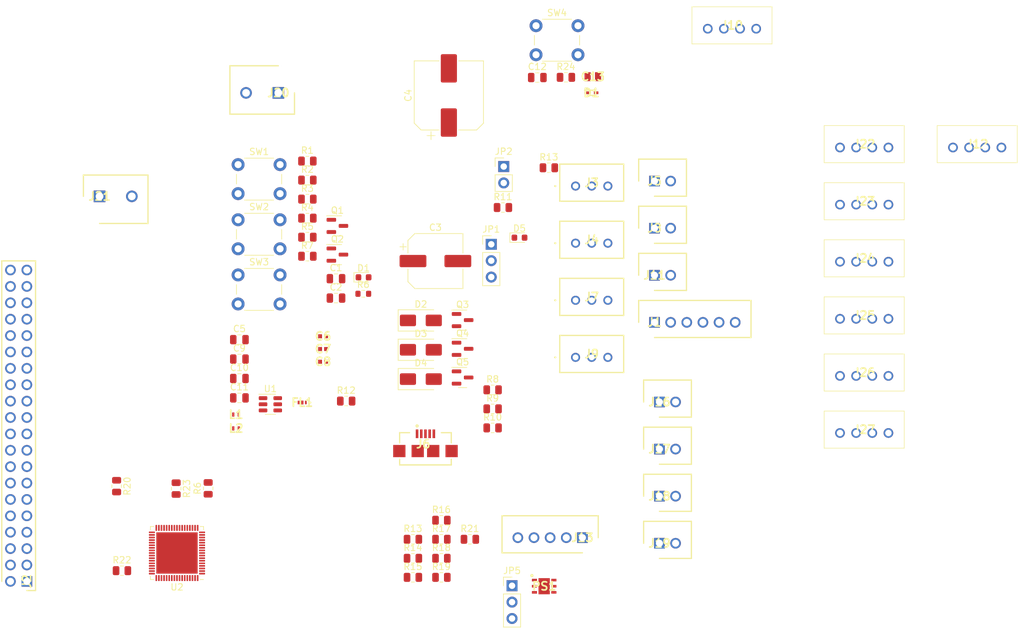
<source format=kicad_pcb>
(kicad_pcb (version 20221018) (generator pcbnew)
  (layers (0 "F.Cu" signal) (31 "B.Cu" signal) (34 "B.Paste" user) (35 "F.Paste" user) (36 "B.SilkS" user "B.Silkscreen") (37 "F.SilkS" user "F.Silkscreen") (38 "B.Mask" user) (39 "F.Mask" user) (44 "Edge.Cuts" user))
  (net 0 "")
  (net 1 "GND")
  (net 2 "5V_RPi")
  (net 3 "+3V3")
  (net 4 "5V_IN")
  (net 5 "+24V")
  (net 6 "Net-(AE1-A)")
  (net 7 "Net-(FL1-OUT)")
  (net 8 "Net-(D1-A)")
  (net 10 "Net-(D2-A)")
  (net 12 "Net-(D3-A)")
  (net 13 "Net-(U2-RF1)")
  (net 14 "Net-(D4-A)")
  (net 15 "Net-(D5-A)")
  (net 16 "Net-(FL1-IN)")
  (net 17 "/Microcontroller/SPI_NSS")
  (net 18 "/Microcontroller/SPI_SCLK")
  (net 19 "/Microcontroller/SPI_MISO")
  (net 20 "/Microcontroller/SPI_MOSI")
  (net 21 "3.3V_RPi")
  (net 22 "3.3V_Generated")
  (net 23 "SDA")
  (net 24 "SCL")
  (net 25 "GPIO4")
  (net 26 "TX")
  (net 27 "RX")
  (net 28 "GPIO17")
  (net 29 "GPIO18")
  (net 30 "GPIO27")
  (net 31 "GPIO22")
  (net 32 "GPIO23")
  (net 33 "GPIO24")
  (net 34 "MOSI")
  (net 35 "MISO")
  (net 36 "GPIO25")
  (net 37 "SCLK")
  (net 38 "CE0")
  (net 39 "GPIO7")
  (net 42 "GPIO5")
  (net 43 "GPIO6")
  (net 44 "GPIO12")
  (net 45 "GPIO13")
  (net 46 "GPIO19")
  (net 47 "GPIO16")
  (net 48 "GPIO26")
  (net 49 "GPIO20")
  (net 50 "GPIO21")
  (net 51 "+5V")
  (net 52 "SDA_5V")
  (net 53 "SCL_5V")
  (net 54 "Net-(J6-Pad4)")
  (net 55 "Net-(J6-Pad2)")
  (net 56 "Net-(J6-Pad3)")
  (net 59 "Net-(U2-PA3)")
  (net 60 "Net-(U2-PA0)")
  (net 61 "Net-(U2-PA1)")
  (net 62 "Net-(U2-PA2)")
  (net 63 "Net-(U2-PC12)")
  (net 64 "Net-(U2-PC13)")
  (net 65 "Net-(U2-PC14)")
  (net 66 "Net-(U2-PC15)")
  (net 67 "Net-(U2-PC11)")
  (net 68 "Net-(U2-PC10)")
  (net 69 "Net-(U2-PC6)")
  (net 70 "Net-(U2-PC5)")
  (net 71 "Net-(U2-PA12)")
  (net 72 "Net-(U2-PA11)")
  (net 100 "Net-(U2-NRST)")
  (net 101 "Net-(D1-Pad1)")
  (net 102 "Net-(U2-PH3)")
  (footprint "Connector_PinHeader_2.54mm:PinHeader_1x03_P2.54mm_Vertical" (layer "F.Cu") (at 132.8575 77.08)
    (fp_text reference "JP1" (at 0 -2.33) (layer "F.SilkS"))
    (fp_text value "Jumper_3_Bridged12")
    (pad "1" thru_hole rect (at 0 0) (size 1.7 1.7) (drill 1) (layers "*.Cu" "*.Mask") (net 4 "5V_IN"))
    (pad "2" thru_hole oval (at 0 2.54) (size 1.7 1.7) (drill 1) (layers "*.Cu" "*.Mask") (net 51 "+5V"))
    (pad "3" thru_hole oval (at 0 5.08) (size 1.7 1.7) (drill 1) (layers "*.Cu" "*.Mask") (net 2 "5V_RPi"))
  )
  (footprint "Resistor_SMD:R_0805_2012Metric" (layer "F.Cu") (at 84.05 114.9475 -90)
    (fp_text reference "R23" (at 0 -1.65 90) (layer "F.SilkS"))
    (fp_text value "10K")
    (pad "1" smd roundrect (at -0.9125 0 270) (size 1.025 1.4) (layers "F.Cu" "F.Paste" "F.Mask") (roundrect_rratio 0.243902) (net 25 "GPIO4"))
    (pad "2" smd roundrect (at 0.9125 0 270) (size 1.025 1.4) (layers "F.Cu" "F.Paste" "F.Mask") (roundrect_rratio 0.243902) (net 70 "Net-(U2-PC5)"))
  )
  (footprint "SamacSys_Parts:CAPC1005X55N" (layer "F.Cu") (at 106.8075 91.34)
    (fp_text reference "C6" (at 0 0) (layer "F.SilkS") (effects (font (size 1.27 1.27) (thickness 0.254))))
    (fp_text value "GRM1555C1H1R2WA01D" hide)
    (pad "1" smd rect (at -0.46 0) (size 0.6 0.62) (layers "F.Cu" "F.Paste" "F.Mask") (net 6 "Net-(AE1-A)"))
    (pad "2" smd rect (at 0.46 0) (size 0.6 0.62) (layers "F.Cu" "F.Paste" "F.Mask") (net 1 "GND"))
  )
  (footprint "Capacitor_SMD:C_0805_2012Metric" (layer "F.Cu") (at 108.8075 82.41)
    (fp_text reference "C1" (at 0 -1.68) (layer "F.SilkS"))
    (fp_text value "0.1uF")
    (pad "1" smd roundrect (at -0.95 0) (size 1 1.45) (layers "F.Cu" "F.Paste" "F.Mask") (net 1 "GND"))
    (pad "2" smd roundrect (at 0.95 0) (size 1 1.45) (layers "F.Cu" "F.Paste" "F.Mask") (net 2 "5V_RPi"))
  )
  (footprint "Resistor_SMD:R_0805_2012Metric" (layer "F.Cu") (at 125.135 122.805)
    (fp_text reference "R17" (at 0 -1.65) (layer "F.SilkS"))
    (fp_text value "10K")
    (pad "1" smd roundrect (at -0.9125 0) (size 1.025 1.4) (layers "F.Cu" "F.Paste" "F.Mask") (roundrect_rratio 0.243902) (net 36 "GPIO25"))
    (pad "2" smd roundrect (at 0.9125 0) (size 1.025 1.4) (layers "F.Cu" "F.Paste" "F.Mask") (roundrect_rratio 0.243902) (net 64 "Net-(U2-PC13)"))
  )
  (footprint "Button_Switch_THT:SW_PUSH_6mm" (layer "F.Cu") (at 93.6475 73.28)
    (fp_text reference "SW2" (at 3.25 -2) (layer "F.SilkS"))
    (fp_text value "SW_Push")
    (pad "1" thru_hole circle (at 0 0 90) (size 2 2) (drill 1.1) (layers "*.Cu" "*.Mask") (net 43 "GPIO6"))
    (pad "1" thru_hole circle (at 6.5 0 90) (size 2 2) (drill 1.1) (layers "*.Cu" "*.Mask") (net 43 "GPIO6"))
    (pad "2" thru_hole circle (at 0 4.5 90) (size 2 2) (drill 1.1) (layers "*.Cu" "*.Mask") (net 1 "GND"))
    (pad "2" thru_hole circle (at 6.5 4.5 90) (size 2 2) (drill 1.1) (layers "*.Cu" "*.Mask") (net 1 "GND"))
  )
  (footprint "LED_SMD:LED_0603_1608Metric" (layer "F.Cu") (at 113.0775 82.2)
    (fp_text reference "D1" (at 0 -1.43) (layer "F.SilkS"))
    (fp_text value "LED_Blue")
    (pad "1" smd roundrect (at -0.7875 0) (size 0.875 0.95) (layers "F.Cu" "F.Paste" "F.Mask") (net 1 "GND"))
    (pad "2" smd roundrect (at 0.7875 0) (size 0.875 0.95) (layers "F.Cu" "F.Paste" "F.Mask") (net 8 "Net-(D1-A)"))
  )
  (footprint "SamacSys_Parts:B4BXHALFSN" (layer "F.Cu") (at 186.87 62.08)
    (fp_text reference "J22" (at 3.75 -0.525) (layer "F.SilkS") (effects (font (size 1.27 1.27) (thickness 0.254))))
    (fp_text value "JST_XH_I2C" hide)
    (pad "1" thru_hole circle (at 0 0) (size 1.5 1.5) (drill 1) (layers "*.Cu" "*.Mask") (net 23 "SDA"))
    (pad "2" thru_hole circle (at 2.5 0) (size 1.5 1.5) (drill 1) (layers "*.Cu" "*.Mask") (net 24 "SCL"))
    (pad "3" thru_hole circle (at 5 0) (size 1.5 1.5) (drill 1) (layers "*.Cu" "*.Mask") (net 3 "+3V3"))
    (pad "4" thru_hole circle (at 7.5 0) (size 1.5 1.5) (drill 1) (layers "*.Cu" "*.Mask") (net 1 "GND"))
  )
  (footprint "SamacSys_Parts:SHDR6W64P0X250_1X6_1740X575X700P" (layer "F.Cu") (at 158.14 89.18)
    (fp_text reference "J1" (at 0 0) (layer "F.SilkS") (effects (font (size 1.27 1.27) (thickness 0.254))))
    (fp_text value "JST_XH_Relays" hide)
    (pad "1" thru_hole rect (at 0 0) (size 1.65 1.65) (drill 1.1) (layers "*.Cu" "*.Mask") (net 3 "+3V3"))
    (pad "2" thru_hole circle (at 2.5 0) (size 1.65 1.65) (drill 1.1) (layers "*.Cu" "*.Mask") (net 1 "GND"))
    (pad "3" thru_hole circle (at 5 0) (size 1.65 1.65) (drill 1.1) (layers "*.Cu" "*.Mask") (net 30 "GPIO27"))
    (pad "4" thru_hole circle (at 7.5 0) (size 1.65 1.65) (drill 1.1) (layers "*.Cu" "*.Mask") (net 33 "GPIO24"))
    (pad "5" thru_hole circle (at 10 0) (size 1.65 1.65) (drill 1.1) (layers "*.Cu" "*.Mask") (net 36 "GPIO25"))
    (pad "6" thru_hole circle (at 12.5 0) (size 1.65 1.65) (drill 1.1) (layers "*.Cu" "*.Mask") (net 48 "GPIO26"))
  )
  (footprint "Resistor_SMD:R_0805_2012Metric" (layer "F.Cu") (at 144.42 51.2)
    (fp_text reference "R24" (at 0 -1.65) (layer "F.SilkS"))
    (fp_text value "10K")
    (pad "1" smd roundrect (at -0.9125 0) (size 1.025 1.4) (layers "F.Cu" "F.Paste" "F.Mask") (roundrect_rratio 0.243902) (net 1 "GND"))
    (pad "2" smd roundrect (at 0.9125 0) (size 1.025 1.4) (layers "F.Cu" "F.Paste" "F.Mask") (roundrect_rratio 0.243902) (net 102 "Net-(U2-PH3)"))
  )
  (footprint "SamacSys_Parts:SHDR2W64P0X250_1X2_740X575X700P" (layer "F.Cu") (at 158.905 123.42227)
    (fp_text reference "J19" (at 0 0) (layer "F.SilkS") (effects (font (size 1.27 1.27) (thickness 0.254))))
    (fp_text value "JST_HX_2" hide)
    (pad "1" thru_hole rect (at 0 0) (size 1.65 1.65) (drill 1.1) (layers "*.Cu" "*.Mask") (net 5 "+24V"))
    (pad "2" thru_hole circle (at 2.5 0) (size 1.65 1.65) (drill 1.1) (layers "*.Cu" "*.Mask") (net 14 "Net-(D4-A)"))
  )
  (footprint "Resistor_SMD:R_0805_2012Metric" (layer "F.Cu") (at 120.725 128.705)
    (fp_text reference "R15" (at 0 -1.65) (layer "F.SilkS"))
    (fp_text value "10K")
    (pad "1" smd roundrect (at -0.9125 0) (size 1.025 1.4) (layers "F.Cu" "F.Paste" "F.Mask") (roundrect_rratio 0.243902) (net 62 "Net-(U2-PA2)"))
    (pad "2" smd roundrect (at 0.9125 0) (size 1.025 1.4) (layers "F.Cu" "F.Paste" "F.Mask") (roundrect_rratio 0.243902) (net 49 "GPIO20"))
  )
  (footprint "SamacSys_Parts:B3BXHALFSN" (layer "F.Cu") (at 145.915 85.755)
    (fp_text reference "J7" (at 2.5 -0.525) (layer "F.SilkS") (effects (font (size 1.27 1.27) (thickness 0.254))))
    (fp_text value "JST-XH_3" hide)
    (pad "1" thru_hole circle (at 0 0) (size 1.4 1.4) (drill 0.9) (layers "*.Cu" "*.Mask") (net 25 "GPIO4"))
    (pad "2" thru_hole circle (at 2.5 0) (size 1.4 1.4) (drill 0.9) (layers "*.Cu" "*.Mask") (net 3 "+3V3"))
    (pad "3" thru_hole circle (at 5 0) (size 1.4 1.4) (drill 0.9) (layers "*.Cu" "*.Mask") (net 1 "GND"))
  )
  (footprint "SamacSys_Parts:B4BXHALFSN" (layer "F.Cu") (at 186.87 88.63)
    (fp_text reference "J25" (at 3.75 -0.525) (layer "F.SilkS") (effects (font (size 1.27 1.27) (thickness 0.254))))
    (fp_text value "JST_XH_I2C" hide)
    (pad "1" thru_hole circle (at 0 0) (size 1.5 1.5) (drill 1) (layers "*.Cu" "*.Mask") (net 23 "SDA"))
    (pad "2" thru_hole circle (at 2.5 0) (size 1.5 1.5) (drill 1) (layers "*.Cu" "*.Mask") (net 24 "SCL"))
    (pad "3" thru_hole circle (at 5 0) (size 1.5 1.5) (drill 1) (layers "*.Cu" "*.Mask") (net 3 "+3V3"))
    (pad "4" thru_hole circle (at 7.5 0) (size 1.5 1.5) (drill 1) (layers "*.Cu" "*.Mask") (net 1 "GND"))
  )
  (footprint "Resistor_SMD:R_0805_2012Metric" (layer "F.Cu") (at 133.0675 102.59)
    (fp_text reference "R9" (at 0 -1.65) (layer "F.SilkS"))
    (fp_text value "100K")
    (pad "1" smd roundrect (at -0.9125 0) (size 1.025 1.4) (layers "F.Cu" "F.Paste" "F.Mask") (roundrect_rratio 0.243902) (net 46 "GPIO19"))
    (pad "2" smd roundrect (at 0.9125 0) (size 1.025 1.4) (layers "F.Cu" "F.Paste" "F.Mask") (roundrect_rratio 0.243902) (net 1 "GND"))
  )
  (footprint "Resistor_SMD:R_0805_2012Metric" (layer "F.Cu") (at 133.0675 99.64)
    (fp_text reference "R8" (at 0 -1.65) (layer "F.SilkS"))
    (fp_text value "100K")
    (pad "1" smd roundrect (at -0.9125 0) (size 1.025 1.4) (layers "F.Cu" "F.Paste" "F.Mask") (roundrect_rratio 0.243902) (net 44 "GPIO12"))
    (pad "2" smd roundrect (at 0.9125 0) (size 1.025 1.4) (layers "F.Cu" "F.Paste" "F.Mask") (roundrect_rratio 0.243902) (net 1 "GND"))
  )
  (footprint "Capacitor_SMD:CP_Elec_8x6.9" (layer "F.Cu") (at 124.2075 79.68)
    (fp_text reference "C3" (at 0 -5.2) (layer "F.SilkS"))
    (fp_text value "470uF")
    (pad "1" smd roundrect (at -3.475 0) (size 4.15 1.9) (layers "F.Cu" "F.Paste" "F.Mask") (roundrect_rratio 0.131579) (net 4 "5V_IN"))
    (pad "2" smd roundrect (at 3.475 0) (size 4.15 1.9) (layers "F.Cu" "F.Paste" "F.Mask") (roundrect_rratio 0.131579) (net 1 "GND"))
  )
  (footprint "Package_TO_SOT_SMD:SOT-23" (layer "F.Cu") (at 128.4175 97.73)
    (fp_text reference "Q5" (at 0 -2.4) (layer "F.SilkS"))
    (fp_text value "IRLML6344TRPBF")
    (pad "1" smd roundrect (at -0.9375 -0.95) (size 1.475 0.6) (layers "F.Cu" "F.Paste" "F.Mask") (net 47 "GPIO16"))
    (pad "2" smd roundrect (at -0.9375 0.95) (size 1.475 0.6) (layers "F.Cu" "F.Paste" "F.Mask") (net 1 "GND"))
    (pad "3" smd roundrect (at 0.9375 0) (size 1.475 0.6) (layers "F.Cu" "F.Paste" "F.Mask") (net 14 "Net-(D4-A)"))
  )
  (footprint "Resistor_SMD:R_0805_2012Metric" (layer "F.Cu") (at 104.3775 67.13)
    (fp_text reference "R2" (at 0 -1.65) (layer "F.SilkS"))
    (fp_text value "10K")
    (pad "1" smd roundrect (at -0.9125 0) (size 1.025 1.4) (layers "F.Cu" "F.Paste" "F.Mask") (roundrect_rratio 0.243902) (net 51 "+5V"))
    (pad "2" smd roundrect (at 0.9125 0) (size 1.025 1.4) (layers "F.Cu" "F.Paste" "F.Mask") (roundrect_rratio 0.243902) (net 52 "SDA_5V"))
  )
  (footprint "Connector_PinHeader_2.54mm:PinHeader_1x02_P2.54mm_Vertical" (layer "F.Cu") (at 134.7875 65.03)
    (fp_text reference "JP2" (at 0 -2.33) (layer "F.SilkS"))
    (fp_text value "Jumper_2_Bridged")
    (pad "1" thru_hole rect (at 0 0) (size 1.7 1.7) (drill 1) (layers "*.Cu" "*.Mask") (net 4 "5V_IN"))
    (pad "2" thru_hole oval (at 0 2.54) (size 1.7 1.7) (drill 1) (layers "*.Cu" "*.Mask") (net 2 "5V_RPi"))
  )
  (footprint "SamacSys_Parts:SHDR2W64P0X250_1X2_740X575X700P" (layer "F.Cu") (at 158.14 81.88)
    (fp_text reference "J11" (at 0 0) (layer "F.SilkS") (effects (font (size 1.27 1.27) (thickness 0.254))))
    (fp_text value "JST_HX_2" hide)
    (pad "1" thru_hole rect (at 0 0) (size 1.65 1.65) (drill 1.1) (layers "*.Cu" "*.Mask") (net 39 "GPIO7"))
    (pad "2" thru_hole circle (at 2.5 0) (size 1.65 1.65) (drill 1.1) (layers "*.Cu" "*.Mask") (net 1 "GND"))
  )
  (footprint "Package_TO_SOT_SMD:SOT-23" (layer "F.Cu") (at 109.0275 74.23)
    (fp_text reference "Q1" (at 0 -2.4) (layer "F.SilkS"))
    (fp_text value "IRLML6344TRPBF")
    (pad "1" smd roundrect (at -0.9375 -0.95) (size 1.475 0.6) (layers "F.Cu" "F.Paste" "F.Mask") (net 3 "+3V3"))
    (pad "2" smd roundrect (at -0.9375 0.95) (size 1.475 0.6) (layers "F.Cu" "F.Paste" "F.Mask") (net 23 "SDA"))
    (pad "3" smd roundrect (at 0.9375 0) (size 1.475 0.6) (layers "F.Cu" "F.Paste" "F.Mask") (net 52 "SDA_5V"))
  )
  (footprint "Resistor_SMD:R_0805_2012Metric" (layer "F.Cu") (at 89.01 114.9125 90)
    (fp_text reference "R6" (at 0 -1.65 90) (layer "F.SilkS"))
    (fp_text value "10K" hide)
    (pad "1" smd roundrect (at -0.9125 0 90) (size 1.025 1.4) (layers "F.Cu" "F.Paste" "F.Mask") (roundrect_rratio 0.243902) (net 59 "Net-(U2-PA3)"))
    (pad "2" smd roundrect (at 0.9125 0 90) (size 1.025 1.4) (layers "F.Cu" "F.Paste" "F.Mask") (roundrect_rratio 0.243902) (net 29 "GPIO18"))
  )
  (footprint "Capacitor_SMD:CP_Elec_10x10.5" (layer "F.Cu") (at 126.29 54.01 90)
    (fp_text reference "C4" (at 0 -6.3 90) (layer "F.SilkS"))
    (fp_text value "470uF")
    (pad "1" smd roundrect (at -4.2 0 90) (size 4.4 2.5) (layers "F.Cu" "F.Paste" "F.Mask") (roundrect_rratio 0.1) (net 5 "+24V"))
    (pad "2" smd roundrect (at 4.2 0 90) (size 4.4 2.5) (layers "F.Cu" "F.Paste" "F.Mask") (roundrect_rratio 0.1) (net 1 "GND"))
  )
  (footprint "Resistor_SMD:R_0805_2012Metric" (layer "F.Cu") (at 125.135 128.705)
    (fp_text reference "R19" (at 0 -1.65) (layer "F.SilkS"))
    (fp_text value "10K")
    (pad "1" smd roundrect (at -0.9125 0) (size 1.025 1.4) (layers "F.Cu" "F.Paste" "F.Mask") (roundrect_rratio 0.243902) (net 30 "GPIO27"))
    (pad "2" smd roundrect (at 0.9125 0) (size 1.025 1.4) (layers "F.Cu" "F.Paste" "F.Mask") (roundrect_rratio 0.243902) (net 66 "Net-(U2-PC15)"))
  )
  (footprint "SamacSys_Parts:B4BXHALFSN" (layer "F.Cu") (at 186.87 79.78)
    (fp_text reference "J24" (at 3.75 -0.525) (layer "F.SilkS") (effects (font (size 1.27 1.27) (thickness 0.254))))
    (fp_text value "JST_XH_I2C" hide)
    (pad "1" thru_hole circle (at 0 0) (size 1.5 1.5) (drill 1) (layers "*.Cu" "*.Mask") (net 23 "SDA"))
    (pad "2" thru_hole circle (at 2.5 0) (size 1.5 1.5) (drill 1) (layers "*.Cu" "*.Mask") (net 24 "SCL"))
    (pad "3" thru_hole circle (at 5 0) (size 1.5 1.5) (drill 1) (layers "*.Cu" "*.Mask") (net 3 "+3V3"))
    (pad "4" thru_hole circle (at 7.5 0) (size 1.5 1.5) (drill 1) (layers "*.Cu" "*.Mask") (net 1 "GND"))
  )
  (footprint "Package_DFN_QFN:QFN-68-1EP_8x8mm_P0.4mm_EP6.4x6.4mm" (layer "F.Cu") (at 84.18 124.93 180)
    (fp_text reference "U2" (at 0 -5.3) (layer "F.SilkS"))
    (fp_text value "STM32WB55RGVx")
    (pad "1" smd roundrect (at -3.8875 -3.2 180) (size 0.925 0.25) (layers "F.Cu" "F.Paste" "F.Mask") (net 3 "+3V3"))
    (pad "2" smd roundrect (at -3.8875 -2.8 180) (size 0.925 0.25) (layers "F.Cu" "F.Paste" "F.Mask") (net 64 "Net-(U2-PC13)"))
    (pad "3" smd roundrect (at -3.8875 -2.4 180) (size 0.925 0.25) (layers "F.Cu" "F.Paste" "F.Mask") (net 65 "Net-(U2-PC14)"))
    (pad "4" smd roundrect (at -3.8875 -2 180) (size 0.925 0.25) (layers "F.Cu" "F.Paste" "F.Mask") (net 66 "Net-(U2-PC15)"))
    (pad "5" smd roundrect (at -3.8875 -1.6 180) (size 0.925 0.25) (layers "F.Cu" "F.Paste" "F.Mask") (net 102 "Net-(U2-PH3)"))
    (pad "6" smd roundrect (at -3.8875 -1.2 180) (size 0.925 0.25) (layers "F.Cu" "F.Paste" "F.Mask") (net 44 "GPIO12"))
    (pad "7" smd roundrect (at -3.8875 -0.8 180) (size 0.925 0.25) (layers "F.Cu" "F.Paste" "F.Mask"))
    (pad "8" smd roundrect (at -3.8875 -0.4 180) (size 0.925 0.25) (layers "F.Cu" "F.Paste" "F.Mask") (net 100 "Net-(U2-NRST)"))
    (pad "9" smd roundrect (at -3.8875 0 180) (size 0.925 0.25) (layers "F.Cu" "F.Paste" "F.Mask"))
    (pad "10" smd roundrect (at -3.8875 0.4 180) (size 0.925 0.25) (layers "F.Cu" "F.Paste" "F.Mask"))
    (pad "11" smd roundrect (at -3.8875 0.8 180) (size 0.925 0.25) (layers "F.Cu" "F.Paste" "F.Mask"))
    (pad "12" smd roundrect (at -3.8875 1.2 180) (size 0.925 0.25) (layers "F.Cu" "F.Paste" "F.Mask"))
    (pad "13" smd roundrect (at -3.8875 1.6 180) (size 0.925 0.25) (layers "F.Cu" "F.Paste" "F.Mask"))
    (pad "14" smd roundrect (at -3.8875 2 180) (size 0.925 0.25) (layers "F.Cu" "F.Paste" "F.Mask") (net 3 "+3V3"))
    (pad "15" smd roundrect (at -3.8875 2.4 180) (size 0.925 0.25) (layers "F.Cu" "F.Paste" "F.Mask") (net 60 "Net-(U2-PA0)"))
    (pad "16" smd roundrect (at -3.8875 2.8 180) (size 0.925 0.25) (layers "F.Cu" "F.Paste" "F.Mask") (net 61 "Net-(U2-PA1)"))
    (pad "17" smd roundrect (at -3.8875 3.2 180) (size 0.925 0.25) (layers "F.Cu" "F.Paste" "F.Mask") (net 62 "Net-(U2-PA2)"))
    (pad "18" smd roundrect (at -3.2 3.8875 180) (size 0.25 0.925) (layers "F.Cu" "F.Paste" "F.Mask") (net 59 "Net-(U2-PA3)"))
    (pad "19" smd roundrect (at -2.8 3.8875 180) (size 0.25 0.925) (layers "F.Cu" "F.Paste" "F.Mask") (net 17 "/Microcontroller/SPI_NSS"))
    (pad "20" smd roundrect (at -2.4 3.8875 180) (size 0.25 0.925) (layers "F.Cu" "F.Paste" "F.Mask") (net 18 "/Microcontroller/SPI_SCLK"))
    (pad "21" smd roundrect (at -2 3.8875 180) (size 0.25 0.925) (layers "F.Cu" "F.Paste" "F.Mask") (net 19 "/Microcontroller/SPI_MISO"))
    (pad "22" smd roundrect (at -1.6 3.8875 180) (size 0.25 0.925) (layers "F.Cu" "F.Paste" "F.Mask") (net 20 "/Microcontroller/SPI_MOSI"))
    (pad "23" smd roundrect (at -1.2 3.8875 180) (size 0.25 0.925) (layers "F.Cu" "F.Paste" "F.Mask") (net 46 "GPIO19"))
    (pad "24" smd roundrect (at -0.8 3.8875 180) (size 0.25 0.925) (layers "F.Cu" "F.Paste" "F.Mask") (net 26 "TX"))
    (pad "25" smd roundrect (at -0.4 3.8875 180) (size 0.25 0.925) (layers "F.Cu" "F.Paste" "F.Mask"))
    (pad "26" smd roundrect (at 0 3.8875 180) (size 0.25 0.925) (layers "F.Cu" "F.Paste" "F.Mask") (net 70 "Net-(U2-PC5)"))
    (pad "27" smd roundrect (at 0.4 3.8875 180) (size 0.25 0.925) (layers "F.Cu" "F.Paste" "F.Mask") (net 39 "GPIO7"))
    (pad "28" smd roundrect (at 0.8 3.8875 180) (size 0.25 0.925) (layers "F.Cu" "F.Paste" "F.Mask") (net 47 "GPIO16"))
    (pad "29" smd roundrect (at 1.2 3.8875 180) (size 0.25 0.925) (layers "F.Cu" "F.Paste" "F.Mask"))
    (pad "30" smd roundrect (at 1.6 3.8875 180) (size 0.25 0.925) (layers "F.Cu" "F.Paste" "F.Mask") (net 3 "+3V3"))
    (pad "31" smd roundrect (at 2 3.8875 180) (size 0.25 0.925) (layers "F.Cu" "F.Paste" "F.Mask") (net 13 "Net-(U2-RF1)"))
    (pad "32" smd roundrect (at 2.4 3.8875 180) (size 0.25 0.925) (layers "F.Cu" "F.Paste" "F.Mask") (net 1 "GND"))
    (pad "33" smd roundrect (at 2.8 3.8875 180) (size 0.25 0.925) (layers "F.Cu" "F.Paste" "F.Mask") (net 3 "+3V3"))
    (pad "34" smd roundrect (at 3.2 3.8875 180) (size 0.25 0.925) (layers "F.Cu" "F.Paste" "F.Mask"))
    (pad "35" smd roundrect (at 3.8875 3.2 180) (size 0.925 0.25) (layers "F.Cu" "F.Paste" "F.Mask"))
    (pad "36" smd roundrect (at 3.8875 2.8 180) (size 0.925 0.25) (layers "F.Cu" "F.Paste" "F.Mask"))
    (pad "37" smd roundrect (at 3.8875 2.4 180) (size 0.925 0.25) (layers "F.Cu" "F.Paste" "F.Mask"))
    (pad "38" smd roundrect (at 3.8875 2 180) (size 0.925 0.25) (layers "F.Cu" "F.Paste" "F.Mask") (net 42 "GPIO5"))
    (pad "39" smd roundrect (at 3.8875 1.6 180) (size 0.925 0.25) (layers "F.Cu" "F.Paste" "F.Mask") (net 43 "GPIO6"))
    (pad "40" smd roundrect (at 3.8875 1.2 180) (size 0.925 0.25) (layers "F.Cu" "F.Paste" "F.Mask"))
    (pad "41" smd roundrect (at 3.8875 0.8 180) (size 0.925 0.25) (layers "F.Cu" "F.Paste" "F.Mask"))
    (pad "42" smd roundrect (at 3.8875 0.4 180) (size 0.925 0.25) (layers "F.Cu" "F.Paste" "F.Mask") (net 1 "GND"))
    (pad "43" smd roundrect (at 3.8875 0 180) (size 0.925 0.25) (layers "F.Cu" "F.Paste" "F.Mask"))
    (pad "44" smd roundrect (at 3.8875 -0.4 180) (size 0.925 0.25) (layers "F.Cu" "F.Paste" "F.Mask"))
    (pad "45" smd roundrect (at 3.8875 -0.8 180) (size 0.925 0.25) (layers "F.Cu" "F.Paste" "F.Mask") (net 3 "+3V3"))
    (pad "46" smd roundrect (at 3.8875 -1.2 180) (size 0.925 0.25) (layers "F.Cu" "F.Paste" "F.Mask"))
    (pad "47" smd roundrect (at 3.8875 -1.6 180) (size 0.925 0.25) (layers "F.Cu" "F.Paste" "F.Mask"))
    (pad "48" smd roundrect (at 3.8875 -2 180) (size 0.925 0.25) (layers "F.Cu" "F.Paste" "F.Mask"))
    (pad "49" smd roundrect (at 3.8875 -2.4 180) (size 0.925 0.25) (layers "F.Cu" "F.Paste" "F.Mask"))
    (pad "50" smd roundrect (at 3.8875 -2.8 180) (size 0.925 0.25) (layers "F.Cu" "F.Paste" "F.Mask") (net 69 "Net-(U2-PC6)"))
    (pad "51" smd roundrect (at 3.8875 -3.2 180) (size 0.925 0.25) (layers "F.Cu" "F.Paste" "F.Mask") (net 27 "RX"))
    (pad "52" smd roundrect (at 3.2 -3.8875 180) (size 0.25 0.925) (layers "F.Cu" "F.Paste" "F.Mask") (net 72 "Net-(U2-PA11)"))
    (pad "53" smd roundrect (at 2.8 -3.8875 180) (size 0.25 0.925) (layers "F.Cu" "F.Paste" "F.Mask") (net 71 "Net-(U2-PA12)"))
    (pad "54" smd roundrect (at 2.4 -3.8875 180) (size 0.25 0.925) (layers "F.Cu" "F.Paste" "F.Mask"))
    (pad "55" smd roundrect (at 2 -3.8875 180) (size 0.25 0.925) (layers "F.Cu" "F.Paste" "F.Mask") (net 3 "+3V3"))
    (pad "56" smd roundrect (at 1.6 -3.8875 180) (size 0.25 0.925) (layers "F.Cu" "F.Paste" "F.Mask"))
    (pad "57" smd roundrect (at 1.2 -3.8875 180) (size 0.25 0.925) (layers "F.Cu" "F.Paste" "F.Mask"))
    (pad "58" smd roundrect (at 0.8 -3.8875 180) (size 0.25 0.925) (layers "F.Cu" "F.Paste" "F.Mask") (net 68 "Net-(U2-PC10)"))
    (pad "59" smd roundrect (at 0.4 -3.8875 180) (size 0.25 0.925) (layers "F.Cu" "F.Paste" "F.Mask") (net 67 "Net-(U2-PC11)"))
    (pad "60" smd roundrect (at 0 -3.8875 180) (size 0.25 0.925) (layers "F.Cu" "F.Paste" "F.Mask") (net 63 "Net-(U2-PC12)"))
    (pad "61" smd roundrect (at -0.4 -3.8875 180) (size 0.25 0.925) (layers "F.Cu" "F.Paste" "F.Mask"))
    (pad "62" smd roundrect (at -0.8 -3.8875 180) (size 0.25 0.925) (layers "F.Cu" "F.Paste" "F.Mask"))
    (pad "63" smd roundrect (at -1.2 -3.8875 180) (size 0.25 0.925) (layers "F.Cu" "F.Paste" "F.Mask"))
    (pad "64" smd roundrect (at -1.6 -3.8875 180) (size 0.25 0.925) (layers "F.Cu" "F.Paste" "F.Mask"))
    (pad "65" smd roundrect (at -2 -3.8875 180) (size 0.25 0.925) (layers "F.Cu" "F.Paste" "F.Mask") (net 24 "SCL"))
    (pad "66" smd roundrect (at -2.4 -3.8875 180) (size 0.25 0.925) (layers "F.Cu" "F.Paste" "F.Mask") (net 23 "SDA"))
    (pad "67" smd roundrect (at -2.8 -3.8875 180) (size 0.25 0.925) (layers "F.Cu" "F.Paste" "F.Mask"))
    (pad "68" smd roundrect (at -3.2 -3.8875 180) (size 0.25 0.925) (layers "F.Cu" "F.Paste" "F.Mask") (net 3 "+3V3"))
    (pad "69" smd rect (at 0 0 180) (size 6.4 6.4) (layers "F.Cu" "F.Mask") (net 1 "GND"))
  )
  (footprint "SamacSys_Parts:SHDR5W64P0X250_1X5_1490X575X700P" (layer "F.Cu") (at 146.975 122.555)
    (fp_text reference "J13" (at 0 0) (layer "F.SilkS") (effects (font (size 1.27 1.27) (thickness 0.254))))
    (fp_text value "B5B-XH-A_LF__SN_" hide)
    (pad "1" thru_hole rect (at 0 0) (size 1.65 1.65) (drill 1.1) (layers "*.Cu" "*.Mask") (net 45 "GPIO13"))
    (pad "2" thru_hole circle (at -2.5 0) (size 1.65 1.65) (drill 1.1) (layers "*.Cu" "*.Mask") (net 49 "GPIO20"))
    (pad "3" thru_hole circle (at -5 0) (size 1.65 1.65) (drill 1.1) (layers "*.Cu" "*.Mask") (net 29 "GPIO18"))
    (pad "4" thru_hole circle (at -7.5 0) (size 1.65 1.65) (drill 1.1) (layers "*.Cu" "*.Mask") (net 50 "GPIO21"))
    (pad "5" thru_hole circle (at -10 0) (size 1.65 1.65) (drill 1.1) (layers "*.Cu" "*.Mask") (net 1 "GND"))
  )
  (footprint "Capacitor_SMD:C_0805_2012Metric" (layer "F.Cu") (at 139.99 51.23)
    (fp_text reference "C12" (at 0 -1.68) (layer "F.SilkS"))
    (fp_text value "0.1uF")
    (pad "1" smd roundrect (at -0.95 0) (size 1 1.45) (layers "F.Cu" "F.Paste" "F.Mask") (net 1 "GND"))
    (pad "2" smd roundrect (at 0.95 0) (size 1 1.45) (layers "F.Cu" "F.Paste" "F.Mask") (net 100 "Net-(U2-NRST)"))
  )
  (footprint "SamacSys_Parts:B4BXHALFSN" (layer "F.Cu") (at 186.87 97.48)
    (fp_text reference "J26" (at 3.75 -0.525) (layer "F.SilkS") (effects (font (size 1.27 1.27) (thickness 0.254))))
    (fp_text value "JST_XH_I2C" hide)
    (pad "1" thru_hole circle (at 0 0) (size 1.5 1.5) (drill 1) (layers "*.Cu" "*.Mask") (net 52 "SDA_5V"))
    (pad "2" thru_hole circle (at 2.5 0) (size 1.5 1.5) (drill 1) (layers "*.Cu" "*.Mask") (net 53 "SCL_5V"))
    (pad "3" thru_hole circle (at 5 0) (size 1.5 1.5) (drill 1) (layers "*.Cu" "*.Mask") (net 51 "+5V"))
    (pad "4" thru_hole circle (at 7.5 0) (size 1.5 1.5) (drill 1) (layers "*.Cu" "*.Mask") (net 1 "GND"))
  )
  (footprint "SamacSys_Parts:LQG15WH0N7B02D" (layer "F.Cu") (at 93.3225 105.62)
    (fp_text reference "L2" (at 0 0) (layer "F.SilkS") (effects (font (size 1.27 1.27) (thickness 0.254))))
    (fp_text value "LQG15HS2N7S02J" hide)
    (pad "1" smd rect (at -0.425 0) (size 0.35 0.65) (layers "F.Cu" "F.Paste" "F.Mask") (net 13 "Net-(U2-RF1)"))
    (pad "2" smd rect (at 0.425 0) (size 0.35 0.65) (layers "F.Cu" "F.Paste" "F.Mask") (net 7 "Net-(FL1-OUT)"))
  )
  (footprint "Package_TO_SOT_SMD:SOT-23-6" (layer "F.Cu") (at 98.6475 101.88)
    (fp_text reference "U1" (at 0 -2.4) (layer "F.SilkS"))
    (fp_text value "USBLC6-2SC6")
    (pad "1" smd roundrect (at -1.1375 -0.95) (size 1.325 0.6) (layers "F.Cu" "F.Paste" "F.Mask") (net 71 "Net-(U2-PA12)"))
    (pad "2" smd roundrect (at -1.1375 0) (size 1.325 0.6) (layers "F.Cu" "F.Paste" "F.Mask") (net 1 "GND"))
    (pad "3" smd roundrect (at -1.1375 0.95) (size 1.325 0.6) (layers "F.Cu" "F.Paste" "F.Mask") (net 72 "Net-(U2-PA11)"))
    (pad "4" smd roundrect (at 1.1375 0.95) (size 1.325 0.6) (layers "F.Cu" "F.Paste" "F.Mask") (net 55 "Net-(J6-Pad2)"))
    (pad "5" smd roundrect (at 1.1375 0) (size 1.325 0.6) (layers "F.Cu" "F.Paste" "F.Mask") (net 3 "+3V3"))
    (pad "6" smd roundrect (at 1.1375 -0.95) (size 1.325 0.6) (layers "F.Cu" "F.Paste" "F.Mask") (net 56 "Net-(J6-Pad3)"))
  )
  (footprint "SamacSys_Parts:SHDR2W64P0X250_1X2_740X575X700P" (layer "F.Cu") (at 158.14 74.58)
    (fp_text reference "J8" (at 0 0) (layer "F.SilkS") (effects (font (size 1.27 1.27) (thickness 0.254))))
    (fp_text value "JST_HX_2" hide)
    (pad "1" thru_hole rect (at 0 0) (size 1.65 1.65) (drill 1.1) (layers "*.Cu" "*.Mask") (net 43 "GPIO6"))
    (pad "2" thru_hole circle (at 2.5 0) (size 1.65 1.65) (drill 1.1) (layers "*.Cu" "*.Mask") (net 1 "GND"))
  )
  (footprint "SamacSys_Parts:B3BXHALFSN" (layer "F.Cu") (at 145.915 76.905)
    (fp_text reference "J4" (at 2.5 -0.525) (layer "F.SilkS") (effects (font (size 1.27 1.27) (thickness 0.254))))
    (fp_text value "JST-XH_3" hide)
    (pad "1" thru_hole circle (at 0 0) (size 1.4 1.4) (drill 0.9) (layers "*.Cu" "*.Mask") (net 28 "GPIO17"))
    (pad "2" thru_hole circle (at 2.5 0) (size 1.4 1.4) (drill 0.9) (layers "*.Cu" "*.Mask") (net 3 "+3V3"))
    (pad "3" thru_hole circle (at 5 0) (size 1.4 1.4) (drill 0.9) (layers "*.Cu" "*.Mask") (net 1 "GND"))
  )
  (footprint "Package_TO_SOT_SMD:SOT-23" (layer "F.Cu") (at 128.4175 88.83)
    (fp_text reference "Q3" (at 0 -2.4) (layer "F.SilkS"))
    (fp_text value "IRLML6344TRPBF" hide)
    (pad "1" smd roundrect (at -0.9375 -0.95) (size 1.475 0.6) (layers "F.Cu" "F.Paste" "F.Mask") (net 44 "GPIO12"))
    (pad "2" smd roundrect (at -0.9375 0.95) (size 1.475 0.6) (layers "F.Cu" "F.Paste" "F.Mask") (net 1 "GND"))
    (pad "3" smd roundrect (at 0.9375 0) (size 1.475 0.6) (layers "F.Cu" "F.Paste" "F.Mask") (net 10 "Net-(D2-A)"))
  )
  (footprint "SamacSys_Parts:SHDR2W64P0X250_1X2_740X575X700P" (layer "F.Cu") (at 158.905 116.12227)
    (fp_text reference "J18" (at 0 0) (layer "F.SilkS") (effects (font (size 1.27 1.27) (thickness 0.254))))
    (fp_text value "JST_HX_2" hide)
    (pad "1" thru_hole rect (at 0 0) (size 1.65 1.65) (drill 1.1) (layers "*.Cu" "*.Mask") (net 5 "+24V"))
    (pad "2" thru_hole circle (at 2.5 0) (size 1.65 1.65) (drill 1.1) (layers "*.Cu" "*.Mask") (net 14 "Net-(D4-A)"))
  )
  (footprint "Button_Switch_THT:SW_PUSH_6mm" (layer "F.Cu") (at 139.79 43.2)
    (fp_text reference "SW4" (at 3.25 -2) (layer "F.SilkS"))
    (fp_text value "SW_Push")
    (pad "1" thru_hole circle (at 0 0 90) (size 2 2) (drill 1.1) (layers "*.Cu" "*.Mask") (net 1 "GND"))
    (pad "1" thru_hole circle (at 6.5 0 90) (size 2 2) (drill 1.1) (layers "*.Cu" "*.Mask") (net 1 "GND"))
    (pad "2" thru_hole circle (at 0 4.5 90) (size 2 2) (drill 1.1) (layers "*.Cu" "*.Mask") (net 101 "Net-(D1-Pad1)"))
    (pad "2" thru_hole circle (at 6.5 4.5 90) (size 2 2) (drill 1.1) (layers "*.Cu" "*.Mask") (net 101 "Net-(D1-Pad1)"))
  )
  (footprint "Button_Switch_THT:SW_PUSH_6mm" (layer "F.Cu") (at 93.6475 64.73)
    (fp_text reference "SW1" (at 3.25 -2) (layer "F.SilkS"))
    (fp_text value "SW_Push")
    (pad "1" thru_hole circle (at 0 0 90) (size 2 2) (drill 1.1) (layers "*.Cu" "*.Mask") (net 42 "GPIO5"))
    (pad "1" thru_hole circle (at 6.5 0 90) (size 2 2) (drill 1.1) (layers "*.Cu" "*.Mask") (net 42 "GPIO5"))
    (pad "2" thru_hole circle (at 0 4.5 90) (size 2 2) (drill 1.1) (layers "*.Cu" "*.Mask") (net 1 "GND"))
    (pad "2" thru_hole circle (at 6.5 4.5 90) (size 2 2) (drill 1.1) (layers "*.Cu" "*.Mask") (net 1 "GND"))
  )
  (footprint "Capacitor_SMD:C_0805_2012Metric" (layer "F.Cu") (at 108.8075 85.42)
    (fp_text reference "C2" (at 0 -1.68) (layer "F.SilkS"))
    (fp_text value "0.1uF")
    (pad "1" smd roundrect (at -0.95 0) (size 1 1.45) (layers "F.Cu" "F.Paste" "F.Mask") (net 1 "GND"))
    (pad "2" smd roundrect (at 0.95 0) (size 1 1.45) (layers "F.Cu" "F.Paste" "F.Mask") (net 3 "+3V3"))
  )
  (footprint "SamacSys_Parts:B3BXHALFSN" (layer "F.Cu") (at 145.915 94.605)
    (fp_text reference "J9" (at 2.5 -0.525) (layer "F.SilkS") (effects (font (size 1.27 1.27) (thickness 0.254))))
    (fp_text value "JST-XH_3" hide)
    (pad "1" thru_hole circle (at 0 0) (size 1.4 1.4) (drill 0.9) (layers "*.Cu" "*.Mask") (net 25 "GPIO4"))
    (pad "2" thru_hole circle (at 2.5 0) (size 1.4 1.4) (drill 0.9) (layers "*.Cu" "*.Mask") (net 3 "+3V3"))
    (pad "3" thru_hole circle (at 5 0) (size 1.4 1.4) (drill 0.9) (layers "*.Cu" "*.Mask") (net 1 "GND"))
  )
  (footprint "SamacSys_Parts:SON95P300X300X100-7N-D" (layer "F.Cu") (at 141.05 130.08)
    (fp_text reference "PS1" (at 0 0) (layer "F.SilkS") (effects (font (size 1.27 1.27) (thickness 0.254))))
    (fp_text value "LD39050PU33R" hide)
    (pad "1" smd rect (at -1.5 -0.95 90) (size 0.4 0.8) (layers "F.Cu" "F.Paste" "F.Mask") (net 51 "+5V"))
    (pad "2" smd rect (at -1.5 0 90) (size 0.4 0.8) (layers "F.Cu" "F.Paste" "F.Mask") (net 1 "GND"))
    (pad "3" smd rect (at -1.5 0.95 90) (size 0.4 0.8) (layers "F.Cu" "F.Paste" "F.Mask"))
    (pad "4" smd rect (at 1.5 0.95 90) (size 0.4 0.8) (layers "F.Cu" "F.Paste" "F.Mask") (net 22 "3.3V_Generated"))
    (pad "5" smd rect (at 1.5 0 90) (size 0.4 0.8) (layers "F.Cu" "F.Paste" "F.Mask"))
    (pad "6" smd rect (at 1.5 -0.95 90) (size 0.4 0.8) (layers "F.Cu" "F.Paste" "F.Mask") (net 51 "+5V"))
    (pad "7" smd rect (at 0 0) (size 1.75 2.5) (layers "F.Cu" "F.Paste" "F.Mask") (net 1 "GND"))
  )
  (footprint "SamacSys_Parts:SHDR2W100P0X500_1X2_1000X750X990P" (layer "F.Cu") (at 72.19 69.65)
    (fp_text reference "J21" (at 0 0) (layer "F.SilkS") (effects (font (size 1.27 1.27) (thickness 0.254))))
    (fp_text value "Conn_01x02" hide)
    (pad "1" thru_hole rect (at 0 0) (size 1.8 1.8) (drill 1.2) (layers "*.Cu" "*.Mask") (net 5 "+24V"))
    (pad "2" thru_hole circle (at 5 0) (size 1.8 1.8) (drill 1.2) (layers "*.Cu" "*.Mask") (net 1 "GND"))
  )
  (footprint "Resistor_SMD:R_0805_2012Metric" (layer "F.Cu") (at 104.3775 75.98)
    (fp_text reference "R5" (at 0 -1.65) (layer "F.SilkS"))
    (fp_text value "10K")
    (pad "1" smd roundrect (at -0.9125 0) (size 1.025 1.4) (layers "F.Cu" "F.Paste" "F.Mask") (roundrect_rratio 0.243902) (net 3 "+3V3"))
    (pad "2" smd roundrect (at 0.9125 0) (size 1.025 1.4) (layers "F.Cu" "F.Paste" "F.Mask") (roundrect_rratio 0.243902) (net 28 "GPIO17"))
  )
  (footprint "SamacSys_Parts:SODFL1608X70N" (layer "F.Cu") (at 148.375 53.6)
    (fp_text reference "D1" (at 0 0) (layer "F.SilkS") (effects (font (size 1.27 1.27) (thickness 0.254))))
    (fp_text value "BAT54KFILM" hide)
    (pad "1" smd rect (at -0.725 0 90) (size 0.42 0.7) (layers "F.Cu" "F.Paste" "F.Mask") (net 101 "Net-(D1-Pad1)"))
    (pad "2" smd rect (at 0.725 0 90) (size 0.42 0.7) (layers "F.Cu" "F.Paste" "F.Mask") (net 100 "Net-(U2-NRST)"))
  )
  (footprint "SamacSys_Parts:SHDR2W100P0X500_1X2_1000X750X990P" (layer "F.Cu") (at 99.88 53.61 180)
    (fp_text reference "J20" (at 0 0) (layer "F.SilkS") (effects (font (size 1.27 1.27) (thickness 0.254))))
    (fp_text value "Conn_01x02" hide)
    (pad "1" thru_hole rect (at 0 0 180) (size 1.8 1.8) (drill 1.2) (layers "*.Cu" "*.Mask") (net 4 "5V_IN"))
    (pad "2" thru_hole circle (at 5 0 180) (size 1.8 1.8) (drill 1.2) (layers "*.Cu" "*.Mask") (net 1 "GND"))
  )
  (footprint "Resistor_SMD:R_0805_2012Metric" (layer "F.Cu") (at 75.6575 127.67)
    (fp_text reference "R22" (at 0 -1.65) (layer "F.SilkS"))
    (fp_text value "10K")
    (pad "1" smd roundrect (at -0.9125 0) (size 1.025 1.4) (layers "F.Cu" "F.Paste" "F.Mask") (roundrect_rratio 0.243902) (net 28 "GPIO17"))
    (pad "2" smd roundrect (at 0.9125 0) (size 1.025 1.4) (layers "F.Cu" "F.Paste" "F.Mask") (roundrect_rratio 0.243902) (net 69 "Net-(U2-PC6)"))
  )
  (footprint "Diode_SMD:D_SMA" (layer "F.Cu") (at 121.9525 93.43)
    (fp_text reference "D3" (at 0 -2.5) (layer "F.SilkS"))
    (fp_text value "S1A")
    (pad "1" smd roundrect (at -2 0) (size 2.5 1.8) (layers "F.Cu" "F.Paste" "F.Mask") (roundrect_rratio 0.1388888889) (net 5 "+24V"))
    (pad "2" smd roundrect (at 2 0) (size 2.5 1.8) (layers "F.Cu" "F.Paste" "F.Mask") (roundrect_rratio 0.1388888889) (net 12 "Net-(D3-A)"))
  )
  (footprint "SamacSys_Parts:CAPC2012X90N" (layer "F.Cu") (at 148.59 51.1)
    (fp_text reference "C13" (at 0 0) (layer "F.SilkS") (effects (font (size 1.27 1.27) (thickness 0.254))))
    (fp_text value "885012207027" hide)
    (pad "1" smd rect (at -0.81 0) (size 0.96 1.39) (layers "F.Cu" "F.Paste" "F.Mask") (net 3 "+3V3"))
    (pad "2" smd rect (at 0.81 0) (size 0.96 1.39) (layers "F.Cu" "F.Paste" "F.Mask") (net 1 "GND"))
  )
  (footprint "Resistor_SMD:R_0805_2012Metric" (layer "F.Cu") (at 104.3775 64.18)
    (fp_text reference "R1" (at 0 -1.65) (layer "F.SilkS"))
    (fp_text value "10K")
    (pad "1" smd roundrect (at -0.9125 0) (size 1.025 1.4) (layers "F.Cu" "F.Paste" "F.Mask") (roundrect_rratio 0.243902) (net 3 "+3V3"))
    (pad "2" smd roundrect (at 0.9125 0) (size 1.025 1.4) (layers "F.Cu" "F.Paste" "F.Mask") (roundrect_rratio 0.243902) (net 23 "SDA"))
  )
  (footprint "SamacSys_Parts:B3BXHALFSN" (layer "F.Cu") (at 145.915 68.055)
    (fp_text reference "J3" (at 2.5 -0.525) (layer "F.SilkS") (effects (font (size 1.27 1.27) (thickness 0.254))))
    (fp_text value "JST-XH_3" hide)
    (pad "1" thru_hole circle (at 0 0) (size 1.4 1.4) (drill 0.9) (layers "*.Cu" "*.Mask") (net 28 "GPIO17"))
    (pad "2" thru_hole circle (at 2.5 0) (size 1.4 1.4) (drill 0.9) (layers "*.Cu" "*.Mask") (net 3 "+3V3"))
    (pad "3" thru_hole circle (at 5 0) (size 1.4 1.4) (drill 0.9) (layers "*.Cu" "*.Mask") (net 1 "GND"))
  )
  (footprint "SamacSys_Parts:CAPC1005X55N" (layer "F.Cu") (at 106.8075 95.28)
    (fp_text reference "C8" (at 0 0) (layer "F.SilkS") (effects (font (size 1.27 1.27) (thickness 0.254))))
    (fp_text value "GRM1555C1HR80BA01D" hide)
    (pad "1" smd rect (at -0.46 0) (size 0.6 0.62) (layers "F.Cu" "F.Paste" "F.Mask") (net 13 "Net-(U2-RF1)"))
    (pad "2" smd rect (at 0.46 0) (size 0.6 0.62) (layers "F.Cu" "F.Paste" "F.Mask") (net 1 "GND"))
  )
  (footprint "Resistor_SMD:R_0805_2012Metric" (layer "F.Cu") (at 133.0675 105.54)
    (fp_text reference "R10" (at 0 -1.65) (layer "F.SilkS"))
    (fp_text value "100K")
    (pad "1" smd roundrect (at -0.9125 0) (size 1.025 1.4) (layers "F.Cu" "F.Paste" "F.Mask") (roundrect_rratio 0.243902) (net 47 "GPIO16"))
    (pad "2" smd roundrect (at 0.9125 0) (size 1.025 1.4) (layers "F.Cu" "F.Paste" "F.Mask") (roundrect_rratio 0.243902) (net 1 "GND"))
  )
  (footprint "Resistor_SMD:R_0805_2012Metric" (layer "F.Cu") (at 120.725 125.755)
    (fp_text reference "R14" (at 0 -1.65) (layer "F.SilkS"))
    (fp_text value "10K")
    (pad "1" smd roundrect (at -0.9125 0) (size 1.025 1.4) (layers "F.Cu" "F.Paste" "F.Mask") (roundrect_rratio 0.243902) (net 61 "Net-(U2-PA1)"))
    (pad "2" smd roundrect (at 0.9125 0) (size 1.025 1.4) (layers "F.Cu" "F.Paste" "F.Mask") (roundrect_rratio 0.243902) (net 50 "GPIO21"))
  )
  (footprint "SamacSys_Parts:B4BXHALFSN" (layer "F.Cu") (at 166.39 43.665)
    (fp_text reference "J10" (at 3.75 -0.525) (layer "F.SilkS") (effects (font (size 1.27 1.27) (thickness 0.254))))
    (fp_text value "JST_XH_UART" hide)
    (pad "1" thru_hole circle (at 0 0) (size 1.5 1.5) (drill 1) (layers "*.Cu" "*.Mask") (net 26 "TX"))
    (pad "2" thru_hole circle (at 2.5 0) (size 1.5 1.5) (drill 1) (layers "*.Cu" "*.Mask") (net 27 "RX"))
    (pad "3" thru_hole circle (at 5 0) (size 1.5 1.5) (drill 1) (layers "*.Cu" "*.Mask") (net 51 "+5V"))
    (pad "4" thru_hole circle (at 7.5 0) (size 1.5 1.5) (drill 1) (layers "*.Cu" "*.Mask") (net 1 "GND"))
  )
  (footprint "Resistor_SMD:R_0805_2012Metric" (layer "F.Cu") (at 110.3875 101.38)
    (fp_text reference "R12" (at 0 -1.65) (layer "F.SilkS"))
    (fp_text value "10K")
    (pad "1" smd roundrect (at -0.9125 0) (size 1.025 1.4) (layers "F.Cu" "F.Paste" "F.Mask") (roundrect_rratio 0.243902) (net 54 "Net-(J6-Pad4)"))
    (pad "2" smd roundrect (at 0.9125 0) (size 1.025 1.4) (layers "F.Cu" "F.Paste" "F.Mask") (roundrect_rratio 0.243902) (net 1 "GND"))
  )
  (footprint "SamacSys_Parts:SHDR2W64P0X250_1X2_740X575X700P" (layer "F.Cu") (at 158.905 108.82227)
    (fp_text reference "J17" (at 0 0) (layer "F.SilkS") (effects (font (size 1.27 1.27) (thickness 0.254))))
    (fp_text value "JST_HX_2" hide)
    (pad "1" thru_hole rect (at 0 0) (size 1.65 1.65) (drill 1.1) (layers "*.Cu" "*.Mask") (net 5 "+24V"))
    (pad "2" thru_hole circle (at 2.5 0) (size 1.65 1.65) (drill 1.1) (layers "*.Cu" "*.Mask") (net 12 "Net-(D3-A)"))
  )
  (footprint "SamacSys_Parts:SHDR2W64P0X250_1X2_740X575X700P" (layer "F.Cu") (at 158.905 101.52227)
    (fp_text reference "J16" (at 0 0) (layer "F.SilkS") (effects (font (size 1.27 1.27) (thickness 0.254))))
    (fp_text value "JST_HX_2" hide)
    (pad "1" thru_hole rect (at 0 0) (size 1.65 1.65) (drill 1.1) (layers "*.Cu" "*.Mask") (net 5 "+24V"))
    (pad "2" thru_hole circle (at 2.5 0) (size 1.65 1.65) (drill 1.1) (layers "*.Cu" "*.Mask") (net 10 "Net-(D2-A)"))
  )
  (footprint "Button_Switch_THT:SW_PUSH_6mm" (layer "F.Cu") (at 93.6475 81.83)
    (fp_text reference "SW3" (at 3.25 -2) (layer "F.SilkS"))
    (fp_text value "SW_Push")
    (pad "1" thru_hole circle (at 0 0 90) (size 2 2) (drill 1.1) (layers "*.Cu" "*.Mask") (net 39 "GPIO7"))
    (pad "1" thru_hole circle (at 6.5 0 90) (size 2 2) (drill 1.1) (layers "*.Cu" "*.Mask") (net 39 "GPIO7"))
    (pad "2" thru_hole circle (at 0 4.5 90) (size 2 2) (drill 1.1) (layers "*.Cu" "*.Mask") (net 1 "GND"))
    (pad "2" thru_hole circle (at 6.5 4.5 90) (size 2 2) (drill 1.1) (layers "*.Cu" "*.Mask") (net 1 "GND"))
  )
  (footprint "Resistor_SMD:R_0805_2012Metric" (layer "F.Cu") (at 104.3775 73.03)
    (fp_text reference "R4" (at 0 -1.65) (layer "F.SilkS"))
    (fp_text value "10K")
    (pad "1" smd roundrect (at -0.9125 0) (size 1.025 1.4) (layers "F.Cu" "F.Paste" "F.Mask") (roundrect_rratio 0.243902) (net 51 "+5V"))
    (pad "2" smd roundrect (at 0.9125 0) (size 1.025 1.4) (layers "F.Cu" "F.Paste" "F.Mask") (roundrect_rratio 0.243902) (net 53 "SCL_5V"))
  )
  (footprint "SamacSys_Parts:LFB182G45CGFD436" (layer "F.Cu") (at 103.5725 101.605)
    (fp_text reference "FL1" (at 0 0) (layer "F.SilkS") (effects (font (size 1.27 1.27) (thickness 0.254))))
    (fp_text value "LFB182G45CGFD436" hide)
    (pad "1" smd rect (at 0.56 0) (size 0.28 0.55) (layers "F.Cu" "F.Paste" "F.Mask") (net 16 "Net-(FL1-IN)"))
    (pad "2" smd rect (at 0 0) (size 0.4 0.6) (layers "F.Cu" "F.Paste" "F.Mask") (net 1 "GND"))
    (pad "3" smd rect (at -0.56 0) (size 0.28 0.55) (layers "F.Cu" "F.Paste" "F.Mask") (net 7 "Net-(FL1-OUT)"))
  )
  (footprint "Capacitor_SMD:C_0805_2012Metric" (layer "F.Cu") (at 93.8475 97.88)
    (fp_text reference "C10" (at 0 -1.68) (layer "F.SilkS"))
    (fp_text value "0.1uF")
    (pad "1" smd roundrect (at -0.95 0) (size 1 1.45) (layers "F.Cu" "F.Paste" "F.Mask") (net 1 "GND"))
    (pad "2" smd roundrect (at 0.95 0) (size 1 1.45) (layers "F.Cu" "F.Paste" "F.Mask") (net 3 "+3V3"))
  )
  (footprint "SamacSys_Parts:B4BXHALFSN" (layer "F.Cu") (at 186.87 106.33)
    (fp_text reference "J27" (at 3.75 -0.525) (layer "F.SilkS") (effects (font (size 1.27 1.27) (thickness 0.254))))
    (fp_text value "JST_XH_I2C" hide)
    (pad "1" thru_hole circle (at 0 0) (size 1.5 1.5) (drill 1) (layers "*.Cu" "*.Mask") (net 23 "SDA"))
    (pad "2" thru_hole circle (at 2.5 0) (size 1.5 1.5) (drill 1) (layers "*.Cu" "*.Mask") (net 24 "SCL"))
    (pad "3" thru_hole circle (at 5 0) (size 1.5 1.5) (drill 1) (layers "*.Cu" "*.Mask") (net 3 "+3V3"))
    (pad "4" thru_hole circle (at 7.5 0) (size 1.5 1.5) (drill 1) (layers "*.Cu" "*.Mask") (net 1 "GND"))
  )
  (footprint "Diode_SMD:D_SMA" (layer "F.Cu") (at 121.9525 97.98)
    (fp_text reference "D4" (at 0 -2.5) (layer "F.SilkS"))
    (fp_text value "S1A")
    (pad "1" smd roundrect (at -2 0) (size 2.5 1.8) (layers "F.Cu" "F.Paste" "F.Mask") (roundrect_rratio 0.1388888889) (net 5 "+24V"))
    (pad "2" smd roundrect (at 2 0) (size 2.5 1.8) (layers "F.Cu" "F.Paste" "F.Mask") (roundrect_rratio 0.1388888889) (net 14 "Net-(D4-A)"))
  )
  (footprint "Resistor_SMD:R_0805_2012Metric" (layer "F.Cu") (at 104.3775 70.08)
    (fp_text reference "R3" (at 0 -1.65) (layer "F.SilkS"))
    (fp_text value "10K")
    (pad "1" smd roundrect (at -0.9125 0) (size 1.025 1.4) (layers "F.Cu" "F.Paste" "F.Mask") (roundrect_rratio 0.243902) (net 3 "+3V3"))
    (pad "2" smd roundrect (at 0.9125 0) (size 1.025 1.4) (layers "F.Cu" "F.Paste" "F.Mask") (roundrect_rratio 0.243902) (net 24 "SCL"))
  )
  (footprint "SamacSys_Parts:MICRO-USB_2.0-SMT-TYPE-B_" (layer "F.Cu") (at 122.665 111.28)
    (fp_text reference "J6" (at -0.346 -3.233) (layer "F.SilkS") (effects (font (size 1.27 1.27) (thickness 0.254))))
    (fp_text value "629105136821" hide)
    (pad "" np_thru_hole circle (at -2.075 -4.6) (size 0.7 0.7) (drill 0.7) (layers "*.Cu" "*.Mask"))
    (pad "" np_thru_hole circle (at 2.075 -4.6) (size 0.7 0.7) (drill 0.7) (layers "*.Cu" "*.Mask"))
    (pad "1" smd rect (at -1.3 -4.825) (size 0.4 1.35) (layers "F.Cu" "F.Paste" "F.Mask") (net 3 "+3V3"))
    (pad "2" smd rect (at -0.65 -4.825) (size 0.4 1.35) (layers "F.Cu" "F.Paste" "F.Mask") (net 55 "Net-(J6-Pad2)"))
    (pad "3" smd rect (at 0 -4.825) (size 0.4 1.35) (layers "F.Cu" "F.Paste" "F.Mask") (net 56 "Net-(J6-Pad3)"))
    (pad "4" smd rect (at 0.65 -4.825) (size 0.4 1.35) (layers "F.Cu" "F.Paste" "F.Mask") (net 54 "Net-(J6-Pad4)"))
    (pad "5" smd rect (at 1.3 -4.825) (size 0.4 1.35) (layers "F.Cu" "F.Paste" "F.Mask") (net 1 "GND"))
    (pad "6" smd rect (at -4.05 -2.15 90) (size 1.9 1.9) (layers "F.Cu" "F.Paste" "F.Mask"))
    (pad "7" smd rect (at -1.2 -2.15 90) (size 1.9 1.9) (layers "F.Cu" "F.Paste" "F.Mask"))
    (pad "8" smd rect (at 1.2 -2.15 90) (size 1.9 1.9) (layers "F.Cu" "F.Paste" "F.Mask"))
    (pad "9" smd rect (at 4.05 -2.15 90) (size 1.9 1.9) (layers "F.Cu" "F.Paste" "F.Mask"))
  )
  (footprint "Package_TO_SOT_SMD:SOT-23" (layer "F.Cu") (at 128.4175 93.28)
    (fp_text reference "Q4" (at 0 -2.4) (layer "F.SilkS"))
    (fp_text value "IRLML6344TRPBF" hide)
    (pad "1" smd roundrect (at -0.9375 -0.95) (size 1.475 0.6) (layers "F.Cu" "F.Paste" "F.Mask") (net 46 "GPIO19"))
    (pad "2" smd roundrect (at -0.9375 0.95) (size 1.475 0.6) (layers "F.Cu" "F.Paste" "F.Mask") (net 1 "GND"))
    (pad "3" smd roundrect (at 0.9375 0) (size 1.475 0.6) (layers "F.Cu" "F.Paste" "F.Mask") (net 12 "Net-(D3-A)"))
  )
  (footprint "Resistor_SMD:R_0805_2012Metric" (layer "F.Cu") (at 125.135 119.855)
    (fp_text reference "R16" (at 0 -1.65) (layer "F.SilkS"))
    (fp_text value "10K")
    (pad "1" smd roundrect (at -0.9125 0) (size 1.025 1.4) (layers "F.Cu" "F.Paste" "F.Mask") (roundrect_rratio 0.243902) (net 33 "GPIO24"))
    (pad "2" smd roundrect (at 0.9125 0) (size 1.025 1.4) (layers "F.Cu" "F.Paste" "F.Mask") (roundrect_rratio 0.243902) (net 63 "Net-(U2-PC12)"))
  )
  (footprint "SamacSys_Parts:LQG15WH0N7B02D" (layer "F.Cu") (at 93.3225 103.47)
    (fp_text reference "L1" (at 0 0) (layer "F.SilkS") (effects (font (size 1.27 1.27) (thickness 0.254))))
    (fp_text value "LQG15HS3N6S02D" hide)
    (pad "1" smd rect (at -0.425 0) (size 0.35 0.65) (layers "F.Cu" "F.Paste" "F.Mask") (net 16 "Net-(FL1-IN)"))
    (pad "2" smd rect (at 0.425 0) (size 0.35 0.65) (layers "F.Cu" "F.Paste" "F.Mask") (net 6 "Net-(AE1-A)"))
  )
  (footprint "Capacitor_SMD:C_0805_2012Metric" (layer "F.Cu") (at 93.8475 91.86)
    (fp_text reference "C5" (at 0 -1.68) (layer "F.SilkS"))
    (fp_text value "0.1uF")
    (pad "1" smd roundrect (at -0.95 0) (size 1 1.45) (layers "F.Cu" "F.Paste" "F.Mask") (net 1 "GND"))
    (pad "2" smd roundrect (at 0.95 0) (size 1 1.45) (layers "F.Cu" "F.Paste" "F.Mask") (net 3 "+3V3"))
  )
  (footprint "SamacSys_Parts:CAPC1005X55N" (layer "F.Cu") (at 106.8075 93.31)
    (fp_text reference "C7" (at 0 0) (layer "F.SilkS") (effects (font (size 1.27 1.27) (thickness 0.254))))
    (fp_text value "GRM1555C1HR30WA01D" hide)
    (pad "1" smd rect (at -0.46 0) (size 0.6 0.62) (layers "F.Cu" "F.Paste" "F.Mask") (net 7 "Net-(FL1-OUT)"))
    (pad "2" smd rect (at 0.46 0) (size 0.6 0.62) (layers "F.Cu" "F.Paste" "F.Mask") (net 1 "GND"))
  )
  (footprint "Resistor_SMD:R_0805_2012Metric" (layer "F.Cu") (at 120.725 122.805)
    (fp_text reference "R13" (at 0 -1.65) (layer "F.SilkS"))
    (fp_text value "10K")
    (pad "1" smd roundrect (at -0.9125 0) (size 1.025 1.4) (layers "F.Cu" "F.Paste" "F.Mask") (roundrect_rratio 0.243902) (net 60 "Net-(U2-PA0)"))
    (pad "2" smd roundrect (at 0.9125 0) (size 1.025 1.4) (layers "F.Cu" "F.Paste" "F.Mask") (roundrect_rratio 0.243902) (net 45 "GPIO13"))
  )
  (footprint "SamacSys_Parts:B4BXHALFSN" (layer "F.Cu") (at 204.37 62.08)
    (fp_text reference "J12" (at 3.75 -0.525) (layer "F.SilkS") (effects (font (size 1.27 1.27) (thickness 0.254))))
    (fp_text value "JST-XH_LED_GND" hide)
    (pad "1" thru_hole circle (at 0 0) (size 1.5 1.5) (drill 1) (layers "*.Cu" "*.Mask") (net 49 "GPIO20"))
    (pad "2" thru_hole circle (at 2.5 0) (size 1.5 1.5) (drill 1) (layers "*.Cu" "*.Mask") (net 29 "GPIO18"))
    (pad "3" thru_hole circle (at 5 0) (size 1.5 1.5) (drill 1) (layers "*.Cu" "*.Mask") (net 50 "GPIO21"))
    (pad "4" thru_hole circle (at 7.5 0) (size 1.5 1.5) (drill 1) (layers "*.Cu" "*.Mask") (net 1 "GND"))
  )
  (footprint "Package_TO_SOT_SMD:SOT-23" (layer "F.Cu") (at 109.0275 78.68)
    (fp_text reference "Q2" (at 0 -2.4) (layer "F.SilkS"))
    (fp_text value "IRLML6344TRPBF")
    (pad "1" smd roundrect (at -0.9375 -0.95) (size 1.475 0.6) (layers "F.Cu" "F.Paste" "F.Mask") (net 3 "+3V3"))
    (pad "2" smd roundrect (at -0.9375 0.95) (size 1.475 0.6) (layers "F.Cu" "F.Paste" "F.Mask") (net 24 "SCL"))
    (pad "3" smd roundrect (at 0.9375 0) (size 1.475 0.6) (layers "F.Cu" "F.Paste" "F.Mask") (net 53 "SCL_5V"))
  )
  (footprint "Resistor_SMD:R_0805_2012Metric" (layer "F.Cu") (at 74.83 114.5675 -90)
    (fp_text reference "R20" (at 0 -1.65 90) (layer "F.SilkS"))
    (fp_text value "10K")
    (pad "1" smd roundrect (at -0.9125 0 270) (size 1.025 1.4) (layers "F.Cu" "F.Paste" "F.Mask") (roundrect_rratio 0.243902) (net 32 "GPIO23"))
    (pad "2" smd roundrect (at 0.9125 0 270) (size 1.025 1.4) (layers "F.Cu" "F.Paste" "F.Mask") (roundrect_rratio 0.243902) (net 67 "Net-(U2-PC11)"))
  )
  (footprint "LED_SMD:LED_0603_1608Metric" (layer "F.Cu") (at 137.2275 76.05)
    (fp_text reference "D5" (at 0 -1.43) (layer "F.SilkS"))
    (fp_text value "LED_Amber")
    (pad "1" smd roundrect (at -0.7875 0) (size 0.875 0.95) (layers "F.Cu" "F.Paste" "F.Mask") (net 1 "GND"))
    (pad "2" smd roundrect (at 0.7875 0) (size 0.875 0.95) (layers "F.Cu" "F.Paste" "F.Mask") (net 15 "Net-(D5-A)"))
  )
  (footprint "SamacSys_Parts:HDRV40W64P254X254_2X20_5080X508X869P" (layer "F.Cu") (at 60.93 129.33 90)
    (fp_text reference "J2" (at 0 0 90) (layer "F.SilkS") (effects (font (size 1.27 1.27) (thickness 0.254))))
    (fp_text value "2x40 2.5mm Header" hide)
    (pad "1" thru_hole rect (at 0 0 90) (size 1.65 1.65) (drill 1.1) (layers "*.Cu" "*.Mask") (net 21 "3.3V_RPi"))
    (pad "2" thru_hole circle (at 0 -2.54 90) (size 1.65 1.65) (drill 1.1) (layers "*.Cu" "*.Mask") (net 2 "5V_RPi"))
    (pad "3" thru_hole circle (at 2.54 0 90) (size 1.65 1.65) (drill 1.1) (layers "*.Cu" "*.Mask") (net 23 "SDA"))
    (pad "4" thru_hole circle (at 2.54 -2.54 90) (size 1.65 1.65) (drill 1.1) (layers "*.Cu" "*.Mask") (net 2 "5V_RPi"))
    (pad "5" thru_hole circle (at 5.08 0 90) (size 1.65 1.65) (drill 1.1) (layers "*.Cu" "*.Mask") (net 24 "SCL"))
    (pad "6" thru_hole circle (at 5.08 -2.54 90) (size 1.65 1.65) (drill 1.1) (layers "*.Cu" "*.Mask") (net 1 "GND"))
    (pad "7" thru_hole circle (at 7.62 0 90) (size 1.65 1.65) (drill 1.1) (layers "*.Cu" "*.Mask") (net 25 "GPIO4"))
    (pad "8" thru_hole circle (at 7.62 -2.54 90) (size 1.65 1.65) (drill 1.1) (layers "*.Cu" "*.Mask") (net 26 "TX"))
    (pad "9" thru_hole circle (at 10.16 0 90) (size 1.65 1.65) (drill 1.1) (layers "*.Cu" "*.Mask") (net 1 "GND"))
    (pad "10" thru_hole circle (at 10.16 -2.54 90) (size 1.65 1.65) (drill 1.1) (layers "*.Cu" "*.Mask") (net 27 "RX"))
    (pad "11" thru_hole circle (at 12.7 0 90) (size 1.65 1.65) (drill 1.1) (layers "*.Cu" "*.Mask") (net 28 "GPIO17"))
    (pad "12" thru_hole circle (at 12.7 -2.54 90) (size 1.65 1.65) (drill 1.1) (layers "*.Cu" "*.Mask") (net 29 "GPIO18"))
    (pad "13" thru_hole circle (at 15.24 0 90) (size 1.65 1.65) (drill 1.1) (layers "*.Cu" "*.Mask") (net 30 "GPIO27"))
    (pad "14" thru_hole circle (at 15.24 -2.54 90) (size 1.65 1.65) (drill 1.1) (layers "*.Cu" "*.Mask") (net 1 "GND"))
    (pad "15" thru_hole circle (at 17.78 0 90) (size 1.65 1.65) (drill 1.1) (layers "*.Cu" "*.Mask") (net 31 "GPIO22"))
    (pad "16" thru_hole circle (at 17.78 -2.54 90) (size 1.65 1.65) (drill 1.1) (layers "*.Cu" "*.Mask") (net 32 "GPIO23"))
    (pad "17" thru_hole circle (at 20.32 0 90) (size 1.65 1.65) (drill 1.1) (layers "*.Cu" "*.Mask") (net 21 "3.3V_RPi"))
    (pad "18" thru_hole circle (at 20.32 -2.54 90) (size 1.65 1.65) (drill 1.1) (layers "*.Cu" "*.Mask") (net 33 "GPIO24"))
    (pad "19" thru_hole circle (at 22.86 0 90) (size 1.65 1.65) (drill 1.1) (layers "*.Cu" "*.Mask") (net 34 "MOSI"))
    (pad "20" thru_hole circle (at 22.86 -2.54 90) (size 1.65 1.65) (drill 1.1) (layers "*.Cu" "*.Mask") (net 1 "GND"))
    (pad "21" thru_hole circle (at 25.4 0 90) (size 1.65 1.65) (drill 1.1) (layers "*.Cu" "*.Mask") (net 35 "MISO"))
    (pad "22" thru_hole circle (at 25.4 -2.54 90) (size 1.65 1.65) (drill 1.1) (layers "*.Cu" "*.Mask") (net 36 "GPIO25"))
    (pad "23" thru_hole circle (at 27.94 0 90) (size 1.65 1.65) (drill 1.1) (layers "*.Cu" "*.Mask") (net 37 "SCLK"))
    (pad "24" thru_hole circle (at 27.94 -2.54 90) (size 1.65 1.65) (drill 1.1) (layers "*.Cu" "*.Mask") (net 38 "CE0"))
    (pad "25" thru_hole circle (at 30.48 0 90) (size 1.65 1.65) (drill 1.1) (layers "*.Cu" "*.Mask") (net 1 "GND"))
    (pad "26" thru_hole circle (at 30.48 -2.54 90) (size 1.65 1.65) (drill 1.1) (layers "*.Cu" "*.Mask") (net 39 "GPIO7"))
    (pad "27" thru_hole circle (at 33.02 0 90) (size 1.65 1.65) (drill 1.1) (layers "*.Cu" "*.Mask"))
    (pad "28" thru_hole circle (at 33.02 -2.54 90) (size 1.65 1.65) (drill 1.1) (layers "*.Cu" "*.Mask"))
    (pad "29" thru_hole circle (at 35.56 0 90) (size 1.65 1.65) (drill 1.1) (layers "*.Cu" "*.Mask") (net 42 "GPIO5"))
    (pad "30" thru_hole circle (at 35.56 -2.54 90) (size 1.65 1.65) (drill 1.1) (layers "*.Cu" "*.Mask") (net 1 "GND"))
    (pad "31" thru_hole circle (at 38.1 0 90) (size 1.65 1.65) (drill 1.1) (layers "*.Cu" "*.Mask") (net 43 "GPIO6"))
    (pad "32" thru_hole circle (at 38.1 -2.54 90) (size 1.65 1.65) (drill 1.1) (layers "*.Cu" "*.Mask") (net 44 "GPIO12"))
    (pad "33" thru_hole circle (at 40.64 0 90) (size 1.65 1.65) (drill 1.1) (layers "*.Cu" "*.Mask") (net 45 "GPIO13"))
    (pad "34" thru_hole circle (at 40.64 -2.54 90) (size 1.65 1.65) (drill 1.1) (layers "*.Cu" "*.Mask") (net 1 "GND"))
    (pad "35" thru_hole circle (at 43.18 0 90) (size 1.65 1.65) (drill 1.1) (layers "*.Cu" "*.Mask") (net 46 "GPIO19"))
    (pad "36" thru_hole circle (at 43.18 -2.54 90) (size 1.65 1.65) (drill 1.1) (layers "*.Cu" "*.Mask") (net 47 "GPIO16"))
    (pad "37" thru_hole circle (at 45.72 0 90) (size 1.65 1.65) (drill 1.1) (layers "*.Cu" "*.Mask") (net 48 "GPIO26"))
    (pad "38" thru_hole circle (at 45.72 -2.54 90) (size 1.65 1.65) (drill 1.1) (layers "*.Cu" "*.Mask") (net 49 "GPIO20"))
    (pad "39" thru_hole circle (at 48.26 0 90) (size 1.65 1.65) (drill 1.1) (layers "*.Cu" "*.Mask") (net 1 "GND"))
    (pad "40" thru_hole circle (at 48.26 -2.54 90) (size 1.65 1.65) (drill 1.1) (layers "*.Cu" "*.Mask") (net 50 "GPIO21"))
  )
  (footprint "Resistor_SMD:R_0805_2012Metric" (layer "F.Cu") (at 104.3775 78.93)
    (fp_text reference "R7" (at 0 -1.65) (layer "F.SilkS"))
    (fp_text value "10K")
    (pad "1" smd roundrect (at -0.9125 0) (size 1.025 1.4) (layers "F.Cu" "F.Paste" "F.Mask") (roundrect_rratio 0.243902) (net 3 "+3V3"))
    (pad "2" smd roundrect (at 0.9125 0) (size 1.025 1.4) (layers "F.Cu" "F.Paste" "F.Mask") (roundrect_rratio 0.243902) (net 25 "GPIO4"))
  )
  (footprint "Capacitor_SMD:C_0805_2012Metric" (layer "F.Cu") (at 93.8475 100.89)
    (fp_text reference "C11" (at 0 -1.68) (layer "F.SilkS"))
    (fp_text value "0.1uF")
    (pad "1" smd roundrect (at -0.95 0) (size 1 1.45) (layers "F.Cu" "F.Paste" "F.Mask") (net 1 "GND"))
    (pad "2" smd roundrect (at 0.95 0) (size 1 1.45) (layers "F.Cu" "F.Paste" "F.Mask") (net 3 "+3V3"))
  )
  (footprint "SamacSys_Parts:B4BXHALFSN" (layer "F.Cu") (at 186.87 70.93)
    (fp_text reference "J23" (at 3.75 -0.525) (layer "F.SilkS") (effects (font (size 1.27 1.27) (thickness 0.254))))
    (fp_text value "JST_XH_I2C" hide)
    (pad "1" thru_hole circle (at 0 0) (size 1.5 1.5) (drill 1) (layers "*.Cu" "*.Mask") (net 52 "SDA_5V"))
    (pad "2" thru_hole circle (at 2.5 0) (size 1.5 1.5) (drill 1) (layers "*.Cu" "*.Mask") (net 53 "SCL_5V"))
    (pad "3" thru_hole circle (at 5 0) (size 1.5 1.5) (drill 1) (layers "*.Cu" "*.Mask") (net 51 "+5V"))
    (pad "4" thru_hole circle (at 7.5 0) (size 1.5 1.5) (drill 1) (layers "*.Cu" "*.Mask") (net 1 "GND"))
  )
  (footprint "Resistor_SMD:R_0805_2012Metric" (layer "F.Cu") (at 125.135 125.755)
    (fp_text reference "R18" (at 0 -1.65) (layer "F.SilkS"))
    (fp_text value "10K")
    (pad "1" smd roundrect (at -0.9125 0) (size 1.025 1.4) (layers "F.Cu" "F.Paste" "F.Mask") (roundrect_rratio 0.243902) (net 48 "GPIO26"))
    (pad "2" smd roundrect (at 0.9125 0) (size 1.025 1.4) (layers "F.Cu" "F.Paste" "F.Mask") (roundrect_rratio 0.243902) (net 65 "Net-(U2-PC14)"))
  )
  (footprint "Resistor_SMD:R_0603_1608Metric" (layer "F.Cu") (at 113.0375 84.75)
    (fp_text reference "R6" (at 0 -1.43) (layer "F.SilkS"))
    (fp_text value "27")
    (pad "1" smd roundrect (at -0.825 0) (size 0.8 0.95) (layers "F.Cu" "F.Paste" "F.Mask") (net 45 "GPIO13"))
    (pad "2" smd roundrect (at 0.825 0) (size 0.8 0.95) (layers "F.Cu" "F.Paste" "F.Mask") (net 8 "Net-(D1-A)"))
  )
  (footprint "SamacSys_Parts:SHDR2W64P0X250_1X2_740X575X700P" (layer "F.Cu") (at 158.14 67.28)
    (fp_text reference "J5" (at 0 0) (layer "F.SilkS") (effects (font (size 1.27 1.27) (thickness 0.254))))
    (fp_text value "JST_HX_2" hide)
    (pad "1" thru_hole rect (at 0 0) (size 1.65 1.65) (drill 1.1) (layers "*.Cu" "*.Mask") (net 42 "GPIO5"))
    (pad "2" thru_hole circle (at 2.5 0) (size 1.65 1.65) (drill 1.1) (layers "*.Cu" "*.Mask") (net 1 "GND"))
  )
  (footprint "Capacitor_SMD:C_0805_2012Metric" (layer "F.Cu") (at 93.8475 94.87)
    (fp_text reference "C9" (at 0 -1.68) (layer "F.SilkS"))
    (fp_text value "0.1uF")
    (pad "1" smd roundrect (at -0.95 0) (size 1 1.45) (layers "F.Cu" "F.Paste" "F.Mask") (net 1 "GND"))
    (pad "2" smd roundrect (at 0.95 0) (size 1 1.45) (layers "F.Cu" "F.Paste" "F.Mask") (net 3 "+3V3"))
  )
  (footprint "Resistor_SMD:R_0805_2012Metric" (layer "F.Cu") (at 134.6675 71.38)
    (fp_text reference "R11" (at 0 -1.65) (layer "F.SilkS"))
    (fp_text value "180")
    (pad "1" smd roundrect (at -0.9125 0) (size 1.025 1.4) (layers "F.Cu" "F.Paste" "F.Mask") (roundrect_rratio 0.243902) (net 51 "+5V"))
    (pad "2" smd roundrect (at 0.9125 0) (size 1.025 1.4) (layers "F.Cu" "F.Paste" "F.Mask") (roundrect_rratio 0.243902) (net 15 "Net-(D5-A)"))
  )
  (footprint "Connector_PinHeader_2.54mm:PinHeader_1x03_P2.54mm_Vertical" (layer "F.Cu") (at 136.075 130.005)
    (fp_text reference "JP5" (at 0 -2.33) (layer "F.SilkS"))
    (fp_text value "Jumper_3_Bridged12")
    (pad "1" thru_hole rect (at 0 0) (size 1.7 1.7) (drill 1) (layers "*.Cu" "*.Mask") (net 22 "3.3V_Generated"))
    (pad "2" thru_hole oval (at 0 2.54) (size 1.7 1.7) (drill 1) (layers "*.Cu" "*.Mask") (net 3 "+3V3"))
    (pad "3" thru_hole oval (at 0 5.08) (size 1.7 1.7) (drill 1) (layers "*.Cu" "*.Mask") (net 21 "3.3V_RPi"))
  )
  (footprint "Resistor_SMD:R_0805_2012Metric" (layer "F.Cu") (at 129.545 122.805)
    (fp_text reference "R21" (at 0 -1.65) (layer "F.SilkS"))
    (fp_text value "10K")
    (pad "1" smd roundrect (at -0.9125 0) (size 1.025 1.4) (layers "F.Cu" "F.Paste" "F.Mask") (roundrect_rratio 0.243902) (net 31 "GPIO22"))
    (pad "2" smd roundrect (at 0.9125 0) (size 1.025 1.4) (layers "F.Cu" "F.Paste" "F.Mask") (roundrect_rratio 0.243902) (net 68 "Net-(U2-PC10)"))
  )
  (footprint "Diode_SMD:D_SMA" (layer "F.Cu") (at 121.9525 88.88)
    (fp_text reference "D2" (at 0 -2.5) (layer "F.SilkS"))
    (fp_text value "S1A")
    (pad "1" smd roundrect (at -2 0) (size 2.5 1.8) (layers "F.Cu" "F.Paste" "F.Mask") (roundrect_rratio 0.1388888889) (net 5 "+24V"))
    (pad "2" smd roundrect (at 2 0) (size 2.5 1.8) (layers "F.Cu" "F.Paste" "F.Mask") (roundrect_rratio 0.1388888889) (net 10 "Net-(D2-A)"))
  )
  (footprint "Resistor_SMD:R_0805_2012Metric" (layer "F.Cu") (at 141.7775 65.22)
    (fp_text reference "R13" (at 0 -1.65) (layer "F.SilkS"))
    (fp_text value "10K")
    (pad "1" smd roundrect (at -0.9125 0) (size 1.025 1.4) (layers "F.Cu" "F.Paste" "F.Mask") (roundrect_rratio 0.243902))
    (pad "2" smd roundrect (at 0.9125 0) (size 1.025 1.4) (layers "F.Cu" "F.Paste" "F.Mask") (roundrect_rratio 0.243902))
  )
)
</source>
